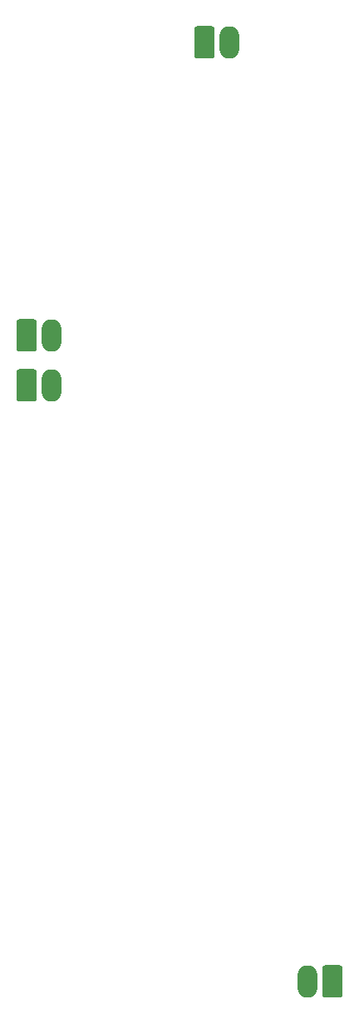
<source format=gbp>
G04 Layer_Color=128*
%FSLAX25Y25*%
%MOIN*%
G70*
G01*
G75*
%ADD10O,0.08000X0.13000*%
G04:AMPARAMS|DCode=11|XSize=130mil|YSize=80mil|CornerRadius=10mil|HoleSize=0mil|Usage=FLASHONLY|Rotation=90.000|XOffset=0mil|YOffset=0mil|HoleType=Round|Shape=RoundedRectangle|*
%AMROUNDEDRECTD11*
21,1,0.13000,0.06000,0,0,90.0*
21,1,0.11000,0.08000,0,0,90.0*
1,1,0.02000,0.03000,0.05500*
1,1,0.02000,0.03000,-0.05500*
1,1,0.02000,-0.03000,-0.05500*
1,1,0.02000,-0.03000,0.05500*
%
%ADD11ROUNDEDRECTD11*%
D10*
X533000Y525500D02*
D03*
X564500Y149300D02*
D03*
X461700Y388100D02*
D03*
X461800Y407900D02*
D03*
D11*
X523000Y525500D02*
D03*
X574500Y149300D02*
D03*
X451700Y388100D02*
D03*
X451800Y407900D02*
D03*
M02*

</source>
